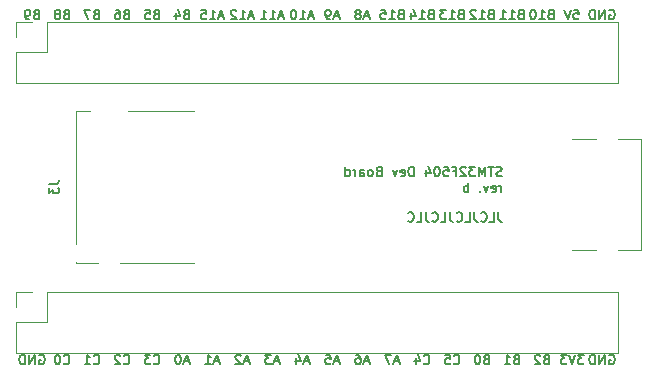
<source format=gbr>
%TF.GenerationSoftware,KiCad,Pcbnew,5.1.6+dfsg1-1*%
%TF.CreationDate,2020-08-05T09:46:32+08:00*%
%TF.ProjectId,stm32dev,73746d33-3264-4657-962e-6b696361645f,b*%
%TF.SameCoordinates,Original*%
%TF.FileFunction,Legend,Bot*%
%TF.FilePolarity,Positive*%
%FSLAX46Y46*%
G04 Gerber Fmt 4.6, Leading zero omitted, Abs format (unit mm)*
G04 Created by KiCad (PCBNEW 5.1.6+dfsg1-1) date 2020-08-05 09:46:32*
%MOMM*%
%LPD*%
G01*
G04 APERTURE LIST*
%ADD10C,0.150000*%
%ADD11C,0.120000*%
G04 APERTURE END LIST*
D10*
X173329523Y-111995000D02*
X173405714Y-111956904D01*
X173520000Y-111956904D01*
X173634285Y-111995000D01*
X173710476Y-112071190D01*
X173748571Y-112147380D01*
X173786666Y-112299761D01*
X173786666Y-112414047D01*
X173748571Y-112566428D01*
X173710476Y-112642619D01*
X173634285Y-112718809D01*
X173520000Y-112756904D01*
X173443809Y-112756904D01*
X173329523Y-112718809D01*
X173291428Y-112680714D01*
X173291428Y-112414047D01*
X173443809Y-112414047D01*
X172948571Y-112756904D02*
X172948571Y-111956904D01*
X172491428Y-112756904D01*
X172491428Y-111956904D01*
X172110476Y-112756904D02*
X172110476Y-111956904D01*
X171920000Y-111956904D01*
X171805714Y-111995000D01*
X171729523Y-112071190D01*
X171691428Y-112147380D01*
X171653333Y-112299761D01*
X171653333Y-112414047D01*
X171691428Y-112566428D01*
X171729523Y-112642619D01*
X171805714Y-112718809D01*
X171920000Y-112756904D01*
X172110476Y-112756904D01*
X171170476Y-111956904D02*
X170675238Y-111956904D01*
X170941904Y-112261666D01*
X170827619Y-112261666D01*
X170751428Y-112299761D01*
X170713333Y-112337857D01*
X170675238Y-112414047D01*
X170675238Y-112604523D01*
X170713333Y-112680714D01*
X170751428Y-112718809D01*
X170827619Y-112756904D01*
X171056190Y-112756904D01*
X171132380Y-112718809D01*
X171170476Y-112680714D01*
X170446666Y-111956904D02*
X170180000Y-112756904D01*
X169913333Y-111956904D01*
X169722857Y-111956904D02*
X169227619Y-111956904D01*
X169494285Y-112261666D01*
X169380000Y-112261666D01*
X169303809Y-112299761D01*
X169265714Y-112337857D01*
X169227619Y-112414047D01*
X169227619Y-112604523D01*
X169265714Y-112680714D01*
X169303809Y-112718809D01*
X169380000Y-112756904D01*
X169608571Y-112756904D01*
X169684761Y-112718809D01*
X169722857Y-112680714D01*
X167963809Y-112337857D02*
X167849523Y-112375952D01*
X167811428Y-112414047D01*
X167773333Y-112490238D01*
X167773333Y-112604523D01*
X167811428Y-112680714D01*
X167849523Y-112718809D01*
X167925714Y-112756904D01*
X168230476Y-112756904D01*
X168230476Y-111956904D01*
X167963809Y-111956904D01*
X167887619Y-111995000D01*
X167849523Y-112033095D01*
X167811428Y-112109285D01*
X167811428Y-112185476D01*
X167849523Y-112261666D01*
X167887619Y-112299761D01*
X167963809Y-112337857D01*
X168230476Y-112337857D01*
X167468571Y-112033095D02*
X167430476Y-111995000D01*
X167354285Y-111956904D01*
X167163809Y-111956904D01*
X167087619Y-111995000D01*
X167049523Y-112033095D01*
X167011428Y-112109285D01*
X167011428Y-112185476D01*
X167049523Y-112299761D01*
X167506666Y-112756904D01*
X167011428Y-112756904D01*
X165423809Y-112337857D02*
X165309523Y-112375952D01*
X165271428Y-112414047D01*
X165233333Y-112490238D01*
X165233333Y-112604523D01*
X165271428Y-112680714D01*
X165309523Y-112718809D01*
X165385714Y-112756904D01*
X165690476Y-112756904D01*
X165690476Y-111956904D01*
X165423809Y-111956904D01*
X165347619Y-111995000D01*
X165309523Y-112033095D01*
X165271428Y-112109285D01*
X165271428Y-112185476D01*
X165309523Y-112261666D01*
X165347619Y-112299761D01*
X165423809Y-112337857D01*
X165690476Y-112337857D01*
X164471428Y-112756904D02*
X164928571Y-112756904D01*
X164700000Y-112756904D02*
X164700000Y-111956904D01*
X164776190Y-112071190D01*
X164852380Y-112147380D01*
X164928571Y-112185476D01*
X162883809Y-112337857D02*
X162769523Y-112375952D01*
X162731428Y-112414047D01*
X162693333Y-112490238D01*
X162693333Y-112604523D01*
X162731428Y-112680714D01*
X162769523Y-112718809D01*
X162845714Y-112756904D01*
X163150476Y-112756904D01*
X163150476Y-111956904D01*
X162883809Y-111956904D01*
X162807619Y-111995000D01*
X162769523Y-112033095D01*
X162731428Y-112109285D01*
X162731428Y-112185476D01*
X162769523Y-112261666D01*
X162807619Y-112299761D01*
X162883809Y-112337857D01*
X163150476Y-112337857D01*
X162198095Y-111956904D02*
X162121904Y-111956904D01*
X162045714Y-111995000D01*
X162007619Y-112033095D01*
X161969523Y-112109285D01*
X161931428Y-112261666D01*
X161931428Y-112452142D01*
X161969523Y-112604523D01*
X162007619Y-112680714D01*
X162045714Y-112718809D01*
X162121904Y-112756904D01*
X162198095Y-112756904D01*
X162274285Y-112718809D01*
X162312380Y-112680714D01*
X162350476Y-112604523D01*
X162388571Y-112452142D01*
X162388571Y-112261666D01*
X162350476Y-112109285D01*
X162312380Y-112033095D01*
X162274285Y-111995000D01*
X162198095Y-111956904D01*
X160153333Y-112680714D02*
X160191428Y-112718809D01*
X160305714Y-112756904D01*
X160381904Y-112756904D01*
X160496190Y-112718809D01*
X160572380Y-112642619D01*
X160610476Y-112566428D01*
X160648571Y-112414047D01*
X160648571Y-112299761D01*
X160610476Y-112147380D01*
X160572380Y-112071190D01*
X160496190Y-111995000D01*
X160381904Y-111956904D01*
X160305714Y-111956904D01*
X160191428Y-111995000D01*
X160153333Y-112033095D01*
X159429523Y-111956904D02*
X159810476Y-111956904D01*
X159848571Y-112337857D01*
X159810476Y-112299761D01*
X159734285Y-112261666D01*
X159543809Y-112261666D01*
X159467619Y-112299761D01*
X159429523Y-112337857D01*
X159391428Y-112414047D01*
X159391428Y-112604523D01*
X159429523Y-112680714D01*
X159467619Y-112718809D01*
X159543809Y-112756904D01*
X159734285Y-112756904D01*
X159810476Y-112718809D01*
X159848571Y-112680714D01*
X157613333Y-112680714D02*
X157651428Y-112718809D01*
X157765714Y-112756904D01*
X157841904Y-112756904D01*
X157956190Y-112718809D01*
X158032380Y-112642619D01*
X158070476Y-112566428D01*
X158108571Y-112414047D01*
X158108571Y-112299761D01*
X158070476Y-112147380D01*
X158032380Y-112071190D01*
X157956190Y-111995000D01*
X157841904Y-111956904D01*
X157765714Y-111956904D01*
X157651428Y-111995000D01*
X157613333Y-112033095D01*
X156927619Y-112223571D02*
X156927619Y-112756904D01*
X157118095Y-111918809D02*
X157308571Y-112490238D01*
X156813333Y-112490238D01*
X155511428Y-112528333D02*
X155130476Y-112528333D01*
X155587619Y-112756904D02*
X155320952Y-111956904D01*
X155054285Y-112756904D01*
X154863809Y-111956904D02*
X154330476Y-111956904D01*
X154673333Y-112756904D01*
X152971428Y-112528333D02*
X152590476Y-112528333D01*
X153047619Y-112756904D02*
X152780952Y-111956904D01*
X152514285Y-112756904D01*
X151904761Y-111956904D02*
X152057142Y-111956904D01*
X152133333Y-111995000D01*
X152171428Y-112033095D01*
X152247619Y-112147380D01*
X152285714Y-112299761D01*
X152285714Y-112604523D01*
X152247619Y-112680714D01*
X152209523Y-112718809D01*
X152133333Y-112756904D01*
X151980952Y-112756904D01*
X151904761Y-112718809D01*
X151866666Y-112680714D01*
X151828571Y-112604523D01*
X151828571Y-112414047D01*
X151866666Y-112337857D01*
X151904761Y-112299761D01*
X151980952Y-112261666D01*
X152133333Y-112261666D01*
X152209523Y-112299761D01*
X152247619Y-112337857D01*
X152285714Y-112414047D01*
X150431428Y-112528333D02*
X150050476Y-112528333D01*
X150507619Y-112756904D02*
X150240952Y-111956904D01*
X149974285Y-112756904D01*
X149326666Y-111956904D02*
X149707619Y-111956904D01*
X149745714Y-112337857D01*
X149707619Y-112299761D01*
X149631428Y-112261666D01*
X149440952Y-112261666D01*
X149364761Y-112299761D01*
X149326666Y-112337857D01*
X149288571Y-112414047D01*
X149288571Y-112604523D01*
X149326666Y-112680714D01*
X149364761Y-112718809D01*
X149440952Y-112756904D01*
X149631428Y-112756904D01*
X149707619Y-112718809D01*
X149745714Y-112680714D01*
X147891428Y-112528333D02*
X147510476Y-112528333D01*
X147967619Y-112756904D02*
X147700952Y-111956904D01*
X147434285Y-112756904D01*
X146824761Y-112223571D02*
X146824761Y-112756904D01*
X147015238Y-111918809D02*
X147205714Y-112490238D01*
X146710476Y-112490238D01*
X145351428Y-112528333D02*
X144970476Y-112528333D01*
X145427619Y-112756904D02*
X145160952Y-111956904D01*
X144894285Y-112756904D01*
X144703809Y-111956904D02*
X144208571Y-111956904D01*
X144475238Y-112261666D01*
X144360952Y-112261666D01*
X144284761Y-112299761D01*
X144246666Y-112337857D01*
X144208571Y-112414047D01*
X144208571Y-112604523D01*
X144246666Y-112680714D01*
X144284761Y-112718809D01*
X144360952Y-112756904D01*
X144589523Y-112756904D01*
X144665714Y-112718809D01*
X144703809Y-112680714D01*
X142811428Y-112528333D02*
X142430476Y-112528333D01*
X142887619Y-112756904D02*
X142620952Y-111956904D01*
X142354285Y-112756904D01*
X142125714Y-112033095D02*
X142087619Y-111995000D01*
X142011428Y-111956904D01*
X141820952Y-111956904D01*
X141744761Y-111995000D01*
X141706666Y-112033095D01*
X141668571Y-112109285D01*
X141668571Y-112185476D01*
X141706666Y-112299761D01*
X142163809Y-112756904D01*
X141668571Y-112756904D01*
X140271428Y-112528333D02*
X139890476Y-112528333D01*
X140347619Y-112756904D02*
X140080952Y-111956904D01*
X139814285Y-112756904D01*
X139128571Y-112756904D02*
X139585714Y-112756904D01*
X139357142Y-112756904D02*
X139357142Y-111956904D01*
X139433333Y-112071190D01*
X139509523Y-112147380D01*
X139585714Y-112185476D01*
X137731428Y-112528333D02*
X137350476Y-112528333D01*
X137807619Y-112756904D02*
X137540952Y-111956904D01*
X137274285Y-112756904D01*
X136855238Y-111956904D02*
X136779047Y-111956904D01*
X136702857Y-111995000D01*
X136664761Y-112033095D01*
X136626666Y-112109285D01*
X136588571Y-112261666D01*
X136588571Y-112452142D01*
X136626666Y-112604523D01*
X136664761Y-112680714D01*
X136702857Y-112718809D01*
X136779047Y-112756904D01*
X136855238Y-112756904D01*
X136931428Y-112718809D01*
X136969523Y-112680714D01*
X137007619Y-112604523D01*
X137045714Y-112452142D01*
X137045714Y-112261666D01*
X137007619Y-112109285D01*
X136969523Y-112033095D01*
X136931428Y-111995000D01*
X136855238Y-111956904D01*
X134753333Y-112680714D02*
X134791428Y-112718809D01*
X134905714Y-112756904D01*
X134981904Y-112756904D01*
X135096190Y-112718809D01*
X135172380Y-112642619D01*
X135210476Y-112566428D01*
X135248571Y-112414047D01*
X135248571Y-112299761D01*
X135210476Y-112147380D01*
X135172380Y-112071190D01*
X135096190Y-111995000D01*
X134981904Y-111956904D01*
X134905714Y-111956904D01*
X134791428Y-111995000D01*
X134753333Y-112033095D01*
X134486666Y-111956904D02*
X133991428Y-111956904D01*
X134258095Y-112261666D01*
X134143809Y-112261666D01*
X134067619Y-112299761D01*
X134029523Y-112337857D01*
X133991428Y-112414047D01*
X133991428Y-112604523D01*
X134029523Y-112680714D01*
X134067619Y-112718809D01*
X134143809Y-112756904D01*
X134372380Y-112756904D01*
X134448571Y-112718809D01*
X134486666Y-112680714D01*
X132213333Y-112680714D02*
X132251428Y-112718809D01*
X132365714Y-112756904D01*
X132441904Y-112756904D01*
X132556190Y-112718809D01*
X132632380Y-112642619D01*
X132670476Y-112566428D01*
X132708571Y-112414047D01*
X132708571Y-112299761D01*
X132670476Y-112147380D01*
X132632380Y-112071190D01*
X132556190Y-111995000D01*
X132441904Y-111956904D01*
X132365714Y-111956904D01*
X132251428Y-111995000D01*
X132213333Y-112033095D01*
X131908571Y-112033095D02*
X131870476Y-111995000D01*
X131794285Y-111956904D01*
X131603809Y-111956904D01*
X131527619Y-111995000D01*
X131489523Y-112033095D01*
X131451428Y-112109285D01*
X131451428Y-112185476D01*
X131489523Y-112299761D01*
X131946666Y-112756904D01*
X131451428Y-112756904D01*
X129673333Y-112680714D02*
X129711428Y-112718809D01*
X129825714Y-112756904D01*
X129901904Y-112756904D01*
X130016190Y-112718809D01*
X130092380Y-112642619D01*
X130130476Y-112566428D01*
X130168571Y-112414047D01*
X130168571Y-112299761D01*
X130130476Y-112147380D01*
X130092380Y-112071190D01*
X130016190Y-111995000D01*
X129901904Y-111956904D01*
X129825714Y-111956904D01*
X129711428Y-111995000D01*
X129673333Y-112033095D01*
X128911428Y-112756904D02*
X129368571Y-112756904D01*
X129140000Y-112756904D02*
X129140000Y-111956904D01*
X129216190Y-112071190D01*
X129292380Y-112147380D01*
X129368571Y-112185476D01*
X127133333Y-112680714D02*
X127171428Y-112718809D01*
X127285714Y-112756904D01*
X127361904Y-112756904D01*
X127476190Y-112718809D01*
X127552380Y-112642619D01*
X127590476Y-112566428D01*
X127628571Y-112414047D01*
X127628571Y-112299761D01*
X127590476Y-112147380D01*
X127552380Y-112071190D01*
X127476190Y-111995000D01*
X127361904Y-111956904D01*
X127285714Y-111956904D01*
X127171428Y-111995000D01*
X127133333Y-112033095D01*
X126638095Y-111956904D02*
X126561904Y-111956904D01*
X126485714Y-111995000D01*
X126447619Y-112033095D01*
X126409523Y-112109285D01*
X126371428Y-112261666D01*
X126371428Y-112452142D01*
X126409523Y-112604523D01*
X126447619Y-112680714D01*
X126485714Y-112718809D01*
X126561904Y-112756904D01*
X126638095Y-112756904D01*
X126714285Y-112718809D01*
X126752380Y-112680714D01*
X126790476Y-112604523D01*
X126828571Y-112452142D01*
X126828571Y-112261666D01*
X126790476Y-112109285D01*
X126752380Y-112033095D01*
X126714285Y-111995000D01*
X126638095Y-111956904D01*
X125069523Y-111995000D02*
X125145714Y-111956904D01*
X125260000Y-111956904D01*
X125374285Y-111995000D01*
X125450476Y-112071190D01*
X125488571Y-112147380D01*
X125526666Y-112299761D01*
X125526666Y-112414047D01*
X125488571Y-112566428D01*
X125450476Y-112642619D01*
X125374285Y-112718809D01*
X125260000Y-112756904D01*
X125183809Y-112756904D01*
X125069523Y-112718809D01*
X125031428Y-112680714D01*
X125031428Y-112414047D01*
X125183809Y-112414047D01*
X124688571Y-112756904D02*
X124688571Y-111956904D01*
X124231428Y-112756904D01*
X124231428Y-111956904D01*
X123850476Y-112756904D02*
X123850476Y-111956904D01*
X123660000Y-111956904D01*
X123545714Y-111995000D01*
X123469523Y-112071190D01*
X123431428Y-112147380D01*
X123393333Y-112299761D01*
X123393333Y-112414047D01*
X123431428Y-112566428D01*
X123469523Y-112642619D01*
X123545714Y-112718809D01*
X123660000Y-112756904D01*
X123850476Y-112756904D01*
X173329523Y-82785000D02*
X173405714Y-82746904D01*
X173520000Y-82746904D01*
X173634285Y-82785000D01*
X173710476Y-82861190D01*
X173748571Y-82937380D01*
X173786666Y-83089761D01*
X173786666Y-83204047D01*
X173748571Y-83356428D01*
X173710476Y-83432619D01*
X173634285Y-83508809D01*
X173520000Y-83546904D01*
X173443809Y-83546904D01*
X173329523Y-83508809D01*
X173291428Y-83470714D01*
X173291428Y-83204047D01*
X173443809Y-83204047D01*
X172948571Y-83546904D02*
X172948571Y-82746904D01*
X172491428Y-83546904D01*
X172491428Y-82746904D01*
X172110476Y-83546904D02*
X172110476Y-82746904D01*
X171920000Y-82746904D01*
X171805714Y-82785000D01*
X171729523Y-82861190D01*
X171691428Y-82937380D01*
X171653333Y-83089761D01*
X171653333Y-83204047D01*
X171691428Y-83356428D01*
X171729523Y-83432619D01*
X171805714Y-83508809D01*
X171920000Y-83546904D01*
X172110476Y-83546904D01*
X170332380Y-82746904D02*
X170713333Y-82746904D01*
X170751428Y-83127857D01*
X170713333Y-83089761D01*
X170637142Y-83051666D01*
X170446666Y-83051666D01*
X170370476Y-83089761D01*
X170332380Y-83127857D01*
X170294285Y-83204047D01*
X170294285Y-83394523D01*
X170332380Y-83470714D01*
X170370476Y-83508809D01*
X170446666Y-83546904D01*
X170637142Y-83546904D01*
X170713333Y-83508809D01*
X170751428Y-83470714D01*
X170065714Y-82746904D02*
X169799047Y-83546904D01*
X169532380Y-82746904D01*
X168344761Y-83127857D02*
X168230476Y-83165952D01*
X168192380Y-83204047D01*
X168154285Y-83280238D01*
X168154285Y-83394523D01*
X168192380Y-83470714D01*
X168230476Y-83508809D01*
X168306666Y-83546904D01*
X168611428Y-83546904D01*
X168611428Y-82746904D01*
X168344761Y-82746904D01*
X168268571Y-82785000D01*
X168230476Y-82823095D01*
X168192380Y-82899285D01*
X168192380Y-82975476D01*
X168230476Y-83051666D01*
X168268571Y-83089761D01*
X168344761Y-83127857D01*
X168611428Y-83127857D01*
X167392380Y-83546904D02*
X167849523Y-83546904D01*
X167620952Y-83546904D02*
X167620952Y-82746904D01*
X167697142Y-82861190D01*
X167773333Y-82937380D01*
X167849523Y-82975476D01*
X166897142Y-82746904D02*
X166820952Y-82746904D01*
X166744761Y-82785000D01*
X166706666Y-82823095D01*
X166668571Y-82899285D01*
X166630476Y-83051666D01*
X166630476Y-83242142D01*
X166668571Y-83394523D01*
X166706666Y-83470714D01*
X166744761Y-83508809D01*
X166820952Y-83546904D01*
X166897142Y-83546904D01*
X166973333Y-83508809D01*
X167011428Y-83470714D01*
X167049523Y-83394523D01*
X167087619Y-83242142D01*
X167087619Y-83051666D01*
X167049523Y-82899285D01*
X167011428Y-82823095D01*
X166973333Y-82785000D01*
X166897142Y-82746904D01*
X165804761Y-83127857D02*
X165690476Y-83165952D01*
X165652380Y-83204047D01*
X165614285Y-83280238D01*
X165614285Y-83394523D01*
X165652380Y-83470714D01*
X165690476Y-83508809D01*
X165766666Y-83546904D01*
X166071428Y-83546904D01*
X166071428Y-82746904D01*
X165804761Y-82746904D01*
X165728571Y-82785000D01*
X165690476Y-82823095D01*
X165652380Y-82899285D01*
X165652380Y-82975476D01*
X165690476Y-83051666D01*
X165728571Y-83089761D01*
X165804761Y-83127857D01*
X166071428Y-83127857D01*
X164852380Y-83546904D02*
X165309523Y-83546904D01*
X165080952Y-83546904D02*
X165080952Y-82746904D01*
X165157142Y-82861190D01*
X165233333Y-82937380D01*
X165309523Y-82975476D01*
X164090476Y-83546904D02*
X164547619Y-83546904D01*
X164319047Y-83546904D02*
X164319047Y-82746904D01*
X164395238Y-82861190D01*
X164471428Y-82937380D01*
X164547619Y-82975476D01*
X163264761Y-83127857D02*
X163150476Y-83165952D01*
X163112380Y-83204047D01*
X163074285Y-83280238D01*
X163074285Y-83394523D01*
X163112380Y-83470714D01*
X163150476Y-83508809D01*
X163226666Y-83546904D01*
X163531428Y-83546904D01*
X163531428Y-82746904D01*
X163264761Y-82746904D01*
X163188571Y-82785000D01*
X163150476Y-82823095D01*
X163112380Y-82899285D01*
X163112380Y-82975476D01*
X163150476Y-83051666D01*
X163188571Y-83089761D01*
X163264761Y-83127857D01*
X163531428Y-83127857D01*
X162312380Y-83546904D02*
X162769523Y-83546904D01*
X162540952Y-83546904D02*
X162540952Y-82746904D01*
X162617142Y-82861190D01*
X162693333Y-82937380D01*
X162769523Y-82975476D01*
X162007619Y-82823095D02*
X161969523Y-82785000D01*
X161893333Y-82746904D01*
X161702857Y-82746904D01*
X161626666Y-82785000D01*
X161588571Y-82823095D01*
X161550476Y-82899285D01*
X161550476Y-82975476D01*
X161588571Y-83089761D01*
X162045714Y-83546904D01*
X161550476Y-83546904D01*
X160724761Y-83127857D02*
X160610476Y-83165952D01*
X160572380Y-83204047D01*
X160534285Y-83280238D01*
X160534285Y-83394523D01*
X160572380Y-83470714D01*
X160610476Y-83508809D01*
X160686666Y-83546904D01*
X160991428Y-83546904D01*
X160991428Y-82746904D01*
X160724761Y-82746904D01*
X160648571Y-82785000D01*
X160610476Y-82823095D01*
X160572380Y-82899285D01*
X160572380Y-82975476D01*
X160610476Y-83051666D01*
X160648571Y-83089761D01*
X160724761Y-83127857D01*
X160991428Y-83127857D01*
X159772380Y-83546904D02*
X160229523Y-83546904D01*
X160000952Y-83546904D02*
X160000952Y-82746904D01*
X160077142Y-82861190D01*
X160153333Y-82937380D01*
X160229523Y-82975476D01*
X159505714Y-82746904D02*
X159010476Y-82746904D01*
X159277142Y-83051666D01*
X159162857Y-83051666D01*
X159086666Y-83089761D01*
X159048571Y-83127857D01*
X159010476Y-83204047D01*
X159010476Y-83394523D01*
X159048571Y-83470714D01*
X159086666Y-83508809D01*
X159162857Y-83546904D01*
X159391428Y-83546904D01*
X159467619Y-83508809D01*
X159505714Y-83470714D01*
X158184761Y-83127857D02*
X158070476Y-83165952D01*
X158032380Y-83204047D01*
X157994285Y-83280238D01*
X157994285Y-83394523D01*
X158032380Y-83470714D01*
X158070476Y-83508809D01*
X158146666Y-83546904D01*
X158451428Y-83546904D01*
X158451428Y-82746904D01*
X158184761Y-82746904D01*
X158108571Y-82785000D01*
X158070476Y-82823095D01*
X158032380Y-82899285D01*
X158032380Y-82975476D01*
X158070476Y-83051666D01*
X158108571Y-83089761D01*
X158184761Y-83127857D01*
X158451428Y-83127857D01*
X157232380Y-83546904D02*
X157689523Y-83546904D01*
X157460952Y-83546904D02*
X157460952Y-82746904D01*
X157537142Y-82861190D01*
X157613333Y-82937380D01*
X157689523Y-82975476D01*
X156546666Y-83013571D02*
X156546666Y-83546904D01*
X156737142Y-82708809D02*
X156927619Y-83280238D01*
X156432380Y-83280238D01*
X155644761Y-83127857D02*
X155530476Y-83165952D01*
X155492380Y-83204047D01*
X155454285Y-83280238D01*
X155454285Y-83394523D01*
X155492380Y-83470714D01*
X155530476Y-83508809D01*
X155606666Y-83546904D01*
X155911428Y-83546904D01*
X155911428Y-82746904D01*
X155644761Y-82746904D01*
X155568571Y-82785000D01*
X155530476Y-82823095D01*
X155492380Y-82899285D01*
X155492380Y-82975476D01*
X155530476Y-83051666D01*
X155568571Y-83089761D01*
X155644761Y-83127857D01*
X155911428Y-83127857D01*
X154692380Y-83546904D02*
X155149523Y-83546904D01*
X154920952Y-83546904D02*
X154920952Y-82746904D01*
X154997142Y-82861190D01*
X155073333Y-82937380D01*
X155149523Y-82975476D01*
X153968571Y-82746904D02*
X154349523Y-82746904D01*
X154387619Y-83127857D01*
X154349523Y-83089761D01*
X154273333Y-83051666D01*
X154082857Y-83051666D01*
X154006666Y-83089761D01*
X153968571Y-83127857D01*
X153930476Y-83204047D01*
X153930476Y-83394523D01*
X153968571Y-83470714D01*
X154006666Y-83508809D01*
X154082857Y-83546904D01*
X154273333Y-83546904D01*
X154349523Y-83508809D01*
X154387619Y-83470714D01*
X152971428Y-83318333D02*
X152590476Y-83318333D01*
X153047619Y-83546904D02*
X152780952Y-82746904D01*
X152514285Y-83546904D01*
X152133333Y-83089761D02*
X152209523Y-83051666D01*
X152247619Y-83013571D01*
X152285714Y-82937380D01*
X152285714Y-82899285D01*
X152247619Y-82823095D01*
X152209523Y-82785000D01*
X152133333Y-82746904D01*
X151980952Y-82746904D01*
X151904761Y-82785000D01*
X151866666Y-82823095D01*
X151828571Y-82899285D01*
X151828571Y-82937380D01*
X151866666Y-83013571D01*
X151904761Y-83051666D01*
X151980952Y-83089761D01*
X152133333Y-83089761D01*
X152209523Y-83127857D01*
X152247619Y-83165952D01*
X152285714Y-83242142D01*
X152285714Y-83394523D01*
X152247619Y-83470714D01*
X152209523Y-83508809D01*
X152133333Y-83546904D01*
X151980952Y-83546904D01*
X151904761Y-83508809D01*
X151866666Y-83470714D01*
X151828571Y-83394523D01*
X151828571Y-83242142D01*
X151866666Y-83165952D01*
X151904761Y-83127857D01*
X151980952Y-83089761D01*
X150431428Y-83318333D02*
X150050476Y-83318333D01*
X150507619Y-83546904D02*
X150240952Y-82746904D01*
X149974285Y-83546904D01*
X149669523Y-83546904D02*
X149517142Y-83546904D01*
X149440952Y-83508809D01*
X149402857Y-83470714D01*
X149326666Y-83356428D01*
X149288571Y-83204047D01*
X149288571Y-82899285D01*
X149326666Y-82823095D01*
X149364761Y-82785000D01*
X149440952Y-82746904D01*
X149593333Y-82746904D01*
X149669523Y-82785000D01*
X149707619Y-82823095D01*
X149745714Y-82899285D01*
X149745714Y-83089761D01*
X149707619Y-83165952D01*
X149669523Y-83204047D01*
X149593333Y-83242142D01*
X149440952Y-83242142D01*
X149364761Y-83204047D01*
X149326666Y-83165952D01*
X149288571Y-83089761D01*
X148272380Y-83318333D02*
X147891428Y-83318333D01*
X148348571Y-83546904D02*
X148081904Y-82746904D01*
X147815238Y-83546904D01*
X147129523Y-83546904D02*
X147586666Y-83546904D01*
X147358095Y-83546904D02*
X147358095Y-82746904D01*
X147434285Y-82861190D01*
X147510476Y-82937380D01*
X147586666Y-82975476D01*
X146634285Y-82746904D02*
X146558095Y-82746904D01*
X146481904Y-82785000D01*
X146443809Y-82823095D01*
X146405714Y-82899285D01*
X146367619Y-83051666D01*
X146367619Y-83242142D01*
X146405714Y-83394523D01*
X146443809Y-83470714D01*
X146481904Y-83508809D01*
X146558095Y-83546904D01*
X146634285Y-83546904D01*
X146710476Y-83508809D01*
X146748571Y-83470714D01*
X146786666Y-83394523D01*
X146824761Y-83242142D01*
X146824761Y-83051666D01*
X146786666Y-82899285D01*
X146748571Y-82823095D01*
X146710476Y-82785000D01*
X146634285Y-82746904D01*
X145732380Y-83318333D02*
X145351428Y-83318333D01*
X145808571Y-83546904D02*
X145541904Y-82746904D01*
X145275238Y-83546904D01*
X144589523Y-83546904D02*
X145046666Y-83546904D01*
X144818095Y-83546904D02*
X144818095Y-82746904D01*
X144894285Y-82861190D01*
X144970476Y-82937380D01*
X145046666Y-82975476D01*
X143827619Y-83546904D02*
X144284761Y-83546904D01*
X144056190Y-83546904D02*
X144056190Y-82746904D01*
X144132380Y-82861190D01*
X144208571Y-82937380D01*
X144284761Y-82975476D01*
X143192380Y-83318333D02*
X142811428Y-83318333D01*
X143268571Y-83546904D02*
X143001904Y-82746904D01*
X142735238Y-83546904D01*
X142049523Y-83546904D02*
X142506666Y-83546904D01*
X142278095Y-83546904D02*
X142278095Y-82746904D01*
X142354285Y-82861190D01*
X142430476Y-82937380D01*
X142506666Y-82975476D01*
X141744761Y-82823095D02*
X141706666Y-82785000D01*
X141630476Y-82746904D01*
X141440000Y-82746904D01*
X141363809Y-82785000D01*
X141325714Y-82823095D01*
X141287619Y-82899285D01*
X141287619Y-82975476D01*
X141325714Y-83089761D01*
X141782857Y-83546904D01*
X141287619Y-83546904D01*
X140652380Y-83318333D02*
X140271428Y-83318333D01*
X140728571Y-83546904D02*
X140461904Y-82746904D01*
X140195238Y-83546904D01*
X139509523Y-83546904D02*
X139966666Y-83546904D01*
X139738095Y-83546904D02*
X139738095Y-82746904D01*
X139814285Y-82861190D01*
X139890476Y-82937380D01*
X139966666Y-82975476D01*
X138785714Y-82746904D02*
X139166666Y-82746904D01*
X139204761Y-83127857D01*
X139166666Y-83089761D01*
X139090476Y-83051666D01*
X138900000Y-83051666D01*
X138823809Y-83089761D01*
X138785714Y-83127857D01*
X138747619Y-83204047D01*
X138747619Y-83394523D01*
X138785714Y-83470714D01*
X138823809Y-83508809D01*
X138900000Y-83546904D01*
X139090476Y-83546904D01*
X139166666Y-83508809D01*
X139204761Y-83470714D01*
X137483809Y-83127857D02*
X137369523Y-83165952D01*
X137331428Y-83204047D01*
X137293333Y-83280238D01*
X137293333Y-83394523D01*
X137331428Y-83470714D01*
X137369523Y-83508809D01*
X137445714Y-83546904D01*
X137750476Y-83546904D01*
X137750476Y-82746904D01*
X137483809Y-82746904D01*
X137407619Y-82785000D01*
X137369523Y-82823095D01*
X137331428Y-82899285D01*
X137331428Y-82975476D01*
X137369523Y-83051666D01*
X137407619Y-83089761D01*
X137483809Y-83127857D01*
X137750476Y-83127857D01*
X136607619Y-83013571D02*
X136607619Y-83546904D01*
X136798095Y-82708809D02*
X136988571Y-83280238D01*
X136493333Y-83280238D01*
X134943809Y-83127857D02*
X134829523Y-83165952D01*
X134791428Y-83204047D01*
X134753333Y-83280238D01*
X134753333Y-83394523D01*
X134791428Y-83470714D01*
X134829523Y-83508809D01*
X134905714Y-83546904D01*
X135210476Y-83546904D01*
X135210476Y-82746904D01*
X134943809Y-82746904D01*
X134867619Y-82785000D01*
X134829523Y-82823095D01*
X134791428Y-82899285D01*
X134791428Y-82975476D01*
X134829523Y-83051666D01*
X134867619Y-83089761D01*
X134943809Y-83127857D01*
X135210476Y-83127857D01*
X134029523Y-82746904D02*
X134410476Y-82746904D01*
X134448571Y-83127857D01*
X134410476Y-83089761D01*
X134334285Y-83051666D01*
X134143809Y-83051666D01*
X134067619Y-83089761D01*
X134029523Y-83127857D01*
X133991428Y-83204047D01*
X133991428Y-83394523D01*
X134029523Y-83470714D01*
X134067619Y-83508809D01*
X134143809Y-83546904D01*
X134334285Y-83546904D01*
X134410476Y-83508809D01*
X134448571Y-83470714D01*
X132403809Y-83127857D02*
X132289523Y-83165952D01*
X132251428Y-83204047D01*
X132213333Y-83280238D01*
X132213333Y-83394523D01*
X132251428Y-83470714D01*
X132289523Y-83508809D01*
X132365714Y-83546904D01*
X132670476Y-83546904D01*
X132670476Y-82746904D01*
X132403809Y-82746904D01*
X132327619Y-82785000D01*
X132289523Y-82823095D01*
X132251428Y-82899285D01*
X132251428Y-82975476D01*
X132289523Y-83051666D01*
X132327619Y-83089761D01*
X132403809Y-83127857D01*
X132670476Y-83127857D01*
X131527619Y-82746904D02*
X131680000Y-82746904D01*
X131756190Y-82785000D01*
X131794285Y-82823095D01*
X131870476Y-82937380D01*
X131908571Y-83089761D01*
X131908571Y-83394523D01*
X131870476Y-83470714D01*
X131832380Y-83508809D01*
X131756190Y-83546904D01*
X131603809Y-83546904D01*
X131527619Y-83508809D01*
X131489523Y-83470714D01*
X131451428Y-83394523D01*
X131451428Y-83204047D01*
X131489523Y-83127857D01*
X131527619Y-83089761D01*
X131603809Y-83051666D01*
X131756190Y-83051666D01*
X131832380Y-83089761D01*
X131870476Y-83127857D01*
X131908571Y-83204047D01*
X129863809Y-83127857D02*
X129749523Y-83165952D01*
X129711428Y-83204047D01*
X129673333Y-83280238D01*
X129673333Y-83394523D01*
X129711428Y-83470714D01*
X129749523Y-83508809D01*
X129825714Y-83546904D01*
X130130476Y-83546904D01*
X130130476Y-82746904D01*
X129863809Y-82746904D01*
X129787619Y-82785000D01*
X129749523Y-82823095D01*
X129711428Y-82899285D01*
X129711428Y-82975476D01*
X129749523Y-83051666D01*
X129787619Y-83089761D01*
X129863809Y-83127857D01*
X130130476Y-83127857D01*
X129406666Y-82746904D02*
X128873333Y-82746904D01*
X129216190Y-83546904D01*
X127323809Y-83127857D02*
X127209523Y-83165952D01*
X127171428Y-83204047D01*
X127133333Y-83280238D01*
X127133333Y-83394523D01*
X127171428Y-83470714D01*
X127209523Y-83508809D01*
X127285714Y-83546904D01*
X127590476Y-83546904D01*
X127590476Y-82746904D01*
X127323809Y-82746904D01*
X127247619Y-82785000D01*
X127209523Y-82823095D01*
X127171428Y-82899285D01*
X127171428Y-82975476D01*
X127209523Y-83051666D01*
X127247619Y-83089761D01*
X127323809Y-83127857D01*
X127590476Y-83127857D01*
X126676190Y-83089761D02*
X126752380Y-83051666D01*
X126790476Y-83013571D01*
X126828571Y-82937380D01*
X126828571Y-82899285D01*
X126790476Y-82823095D01*
X126752380Y-82785000D01*
X126676190Y-82746904D01*
X126523809Y-82746904D01*
X126447619Y-82785000D01*
X126409523Y-82823095D01*
X126371428Y-82899285D01*
X126371428Y-82937380D01*
X126409523Y-83013571D01*
X126447619Y-83051666D01*
X126523809Y-83089761D01*
X126676190Y-83089761D01*
X126752380Y-83127857D01*
X126790476Y-83165952D01*
X126828571Y-83242142D01*
X126828571Y-83394523D01*
X126790476Y-83470714D01*
X126752380Y-83508809D01*
X126676190Y-83546904D01*
X126523809Y-83546904D01*
X126447619Y-83508809D01*
X126409523Y-83470714D01*
X126371428Y-83394523D01*
X126371428Y-83242142D01*
X126409523Y-83165952D01*
X126447619Y-83127857D01*
X126523809Y-83089761D01*
X124783809Y-83127857D02*
X124669523Y-83165952D01*
X124631428Y-83204047D01*
X124593333Y-83280238D01*
X124593333Y-83394523D01*
X124631428Y-83470714D01*
X124669523Y-83508809D01*
X124745714Y-83546904D01*
X125050476Y-83546904D01*
X125050476Y-82746904D01*
X124783809Y-82746904D01*
X124707619Y-82785000D01*
X124669523Y-82823095D01*
X124631428Y-82899285D01*
X124631428Y-82975476D01*
X124669523Y-83051666D01*
X124707619Y-83089761D01*
X124783809Y-83127857D01*
X125050476Y-83127857D01*
X124212380Y-83546904D02*
X124060000Y-83546904D01*
X123983809Y-83508809D01*
X123945714Y-83470714D01*
X123869523Y-83356428D01*
X123831428Y-83204047D01*
X123831428Y-82899285D01*
X123869523Y-82823095D01*
X123907619Y-82785000D01*
X123983809Y-82746904D01*
X124136190Y-82746904D01*
X124212380Y-82785000D01*
X124250476Y-82823095D01*
X124288571Y-82899285D01*
X124288571Y-83089761D01*
X124250476Y-83165952D01*
X124212380Y-83204047D01*
X124136190Y-83242142D01*
X123983809Y-83242142D01*
X123907619Y-83204047D01*
X123869523Y-83165952D01*
X123831428Y-83089761D01*
X163948452Y-99891904D02*
X163948452Y-100463333D01*
X163986547Y-100577619D01*
X164062738Y-100653809D01*
X164177023Y-100691904D01*
X164253214Y-100691904D01*
X163186547Y-100691904D02*
X163567500Y-100691904D01*
X163567500Y-99891904D01*
X162462738Y-100615714D02*
X162500833Y-100653809D01*
X162615119Y-100691904D01*
X162691309Y-100691904D01*
X162805595Y-100653809D01*
X162881785Y-100577619D01*
X162919880Y-100501428D01*
X162957976Y-100349047D01*
X162957976Y-100234761D01*
X162919880Y-100082380D01*
X162881785Y-100006190D01*
X162805595Y-99930000D01*
X162691309Y-99891904D01*
X162615119Y-99891904D01*
X162500833Y-99930000D01*
X162462738Y-99968095D01*
X161891309Y-99891904D02*
X161891309Y-100463333D01*
X161929404Y-100577619D01*
X162005595Y-100653809D01*
X162119880Y-100691904D01*
X162196071Y-100691904D01*
X161129404Y-100691904D02*
X161510357Y-100691904D01*
X161510357Y-99891904D01*
X160405595Y-100615714D02*
X160443690Y-100653809D01*
X160557976Y-100691904D01*
X160634166Y-100691904D01*
X160748452Y-100653809D01*
X160824642Y-100577619D01*
X160862738Y-100501428D01*
X160900833Y-100349047D01*
X160900833Y-100234761D01*
X160862738Y-100082380D01*
X160824642Y-100006190D01*
X160748452Y-99930000D01*
X160634166Y-99891904D01*
X160557976Y-99891904D01*
X160443690Y-99930000D01*
X160405595Y-99968095D01*
X159834166Y-99891904D02*
X159834166Y-100463333D01*
X159872261Y-100577619D01*
X159948452Y-100653809D01*
X160062738Y-100691904D01*
X160138928Y-100691904D01*
X159072261Y-100691904D02*
X159453214Y-100691904D01*
X159453214Y-99891904D01*
X158348452Y-100615714D02*
X158386547Y-100653809D01*
X158500833Y-100691904D01*
X158577023Y-100691904D01*
X158691309Y-100653809D01*
X158767500Y-100577619D01*
X158805595Y-100501428D01*
X158843690Y-100349047D01*
X158843690Y-100234761D01*
X158805595Y-100082380D01*
X158767500Y-100006190D01*
X158691309Y-99930000D01*
X158577023Y-99891904D01*
X158500833Y-99891904D01*
X158386547Y-99930000D01*
X158348452Y-99968095D01*
X157777023Y-99891904D02*
X157777023Y-100463333D01*
X157815119Y-100577619D01*
X157891309Y-100653809D01*
X158005595Y-100691904D01*
X158081785Y-100691904D01*
X157015119Y-100691904D02*
X157396071Y-100691904D01*
X157396071Y-99891904D01*
X156291309Y-100615714D02*
X156329404Y-100653809D01*
X156443690Y-100691904D01*
X156519880Y-100691904D01*
X156634166Y-100653809D01*
X156710357Y-100577619D01*
X156748452Y-100501428D01*
X156786547Y-100349047D01*
X156786547Y-100234761D01*
X156748452Y-100082380D01*
X156710357Y-100006190D01*
X156634166Y-99930000D01*
X156519880Y-99891904D01*
X156443690Y-99891904D01*
X156329404Y-99930000D01*
X156291309Y-99968095D01*
X164215119Y-96803809D02*
X164100833Y-96841904D01*
X163910357Y-96841904D01*
X163834166Y-96803809D01*
X163796071Y-96765714D01*
X163757976Y-96689523D01*
X163757976Y-96613333D01*
X163796071Y-96537142D01*
X163834166Y-96499047D01*
X163910357Y-96460952D01*
X164062738Y-96422857D01*
X164138928Y-96384761D01*
X164177023Y-96346666D01*
X164215119Y-96270476D01*
X164215119Y-96194285D01*
X164177023Y-96118095D01*
X164138928Y-96080000D01*
X164062738Y-96041904D01*
X163872261Y-96041904D01*
X163757976Y-96080000D01*
X163529404Y-96041904D02*
X163072261Y-96041904D01*
X163300833Y-96841904D02*
X163300833Y-96041904D01*
X162805595Y-96841904D02*
X162805595Y-96041904D01*
X162538928Y-96613333D01*
X162272261Y-96041904D01*
X162272261Y-96841904D01*
X161967500Y-96041904D02*
X161472261Y-96041904D01*
X161738928Y-96346666D01*
X161624642Y-96346666D01*
X161548452Y-96384761D01*
X161510357Y-96422857D01*
X161472261Y-96499047D01*
X161472261Y-96689523D01*
X161510357Y-96765714D01*
X161548452Y-96803809D01*
X161624642Y-96841904D01*
X161853214Y-96841904D01*
X161929404Y-96803809D01*
X161967500Y-96765714D01*
X161167500Y-96118095D02*
X161129404Y-96080000D01*
X161053214Y-96041904D01*
X160862738Y-96041904D01*
X160786547Y-96080000D01*
X160748452Y-96118095D01*
X160710357Y-96194285D01*
X160710357Y-96270476D01*
X160748452Y-96384761D01*
X161205595Y-96841904D01*
X160710357Y-96841904D01*
X160100833Y-96422857D02*
X160367500Y-96422857D01*
X160367500Y-96841904D02*
X160367500Y-96041904D01*
X159986547Y-96041904D01*
X159300833Y-96041904D02*
X159681785Y-96041904D01*
X159719880Y-96422857D01*
X159681785Y-96384761D01*
X159605595Y-96346666D01*
X159415119Y-96346666D01*
X159338928Y-96384761D01*
X159300833Y-96422857D01*
X159262738Y-96499047D01*
X159262738Y-96689523D01*
X159300833Y-96765714D01*
X159338928Y-96803809D01*
X159415119Y-96841904D01*
X159605595Y-96841904D01*
X159681785Y-96803809D01*
X159719880Y-96765714D01*
X158767500Y-96041904D02*
X158691309Y-96041904D01*
X158615119Y-96080000D01*
X158577023Y-96118095D01*
X158538928Y-96194285D01*
X158500833Y-96346666D01*
X158500833Y-96537142D01*
X158538928Y-96689523D01*
X158577023Y-96765714D01*
X158615119Y-96803809D01*
X158691309Y-96841904D01*
X158767500Y-96841904D01*
X158843690Y-96803809D01*
X158881785Y-96765714D01*
X158919880Y-96689523D01*
X158957976Y-96537142D01*
X158957976Y-96346666D01*
X158919880Y-96194285D01*
X158881785Y-96118095D01*
X158843690Y-96080000D01*
X158767500Y-96041904D01*
X157815119Y-96308571D02*
X157815119Y-96841904D01*
X158005595Y-96003809D02*
X158196071Y-96575238D01*
X157700833Y-96575238D01*
X156786547Y-96841904D02*
X156786547Y-96041904D01*
X156596071Y-96041904D01*
X156481785Y-96080000D01*
X156405595Y-96156190D01*
X156367500Y-96232380D01*
X156329404Y-96384761D01*
X156329404Y-96499047D01*
X156367500Y-96651428D01*
X156405595Y-96727619D01*
X156481785Y-96803809D01*
X156596071Y-96841904D01*
X156786547Y-96841904D01*
X155681785Y-96803809D02*
X155757976Y-96841904D01*
X155910357Y-96841904D01*
X155986547Y-96803809D01*
X156024642Y-96727619D01*
X156024642Y-96422857D01*
X155986547Y-96346666D01*
X155910357Y-96308571D01*
X155757976Y-96308571D01*
X155681785Y-96346666D01*
X155643690Y-96422857D01*
X155643690Y-96499047D01*
X156024642Y-96575238D01*
X155377023Y-96308571D02*
X155186547Y-96841904D01*
X154996071Y-96308571D01*
X153815119Y-96422857D02*
X153700833Y-96460952D01*
X153662738Y-96499047D01*
X153624642Y-96575238D01*
X153624642Y-96689523D01*
X153662738Y-96765714D01*
X153700833Y-96803809D01*
X153777023Y-96841904D01*
X154081785Y-96841904D01*
X154081785Y-96041904D01*
X153815119Y-96041904D01*
X153738928Y-96080000D01*
X153700833Y-96118095D01*
X153662738Y-96194285D01*
X153662738Y-96270476D01*
X153700833Y-96346666D01*
X153738928Y-96384761D01*
X153815119Y-96422857D01*
X154081785Y-96422857D01*
X153167500Y-96841904D02*
X153243690Y-96803809D01*
X153281785Y-96765714D01*
X153319880Y-96689523D01*
X153319880Y-96460952D01*
X153281785Y-96384761D01*
X153243690Y-96346666D01*
X153167500Y-96308571D01*
X153053214Y-96308571D01*
X152977023Y-96346666D01*
X152938928Y-96384761D01*
X152900833Y-96460952D01*
X152900833Y-96689523D01*
X152938928Y-96765714D01*
X152977023Y-96803809D01*
X153053214Y-96841904D01*
X153167500Y-96841904D01*
X152215119Y-96841904D02*
X152215119Y-96422857D01*
X152253214Y-96346666D01*
X152329404Y-96308571D01*
X152481785Y-96308571D01*
X152557976Y-96346666D01*
X152215119Y-96803809D02*
X152291309Y-96841904D01*
X152481785Y-96841904D01*
X152557976Y-96803809D01*
X152596071Y-96727619D01*
X152596071Y-96651428D01*
X152557976Y-96575238D01*
X152481785Y-96537142D01*
X152291309Y-96537142D01*
X152215119Y-96499047D01*
X151834166Y-96841904D02*
X151834166Y-96308571D01*
X151834166Y-96460952D02*
X151796071Y-96384761D01*
X151757976Y-96346666D01*
X151681785Y-96308571D01*
X151605595Y-96308571D01*
X150996071Y-96841904D02*
X150996071Y-96041904D01*
X150996071Y-96803809D02*
X151072261Y-96841904D01*
X151224642Y-96841904D01*
X151300833Y-96803809D01*
X151338928Y-96765714D01*
X151377023Y-96689523D01*
X151377023Y-96460952D01*
X151338928Y-96384761D01*
X151300833Y-96346666D01*
X151224642Y-96308571D01*
X151072261Y-96308571D01*
X150996071Y-96346666D01*
X164177023Y-98191904D02*
X164177023Y-97658571D01*
X164177023Y-97810952D02*
X164138928Y-97734761D01*
X164100833Y-97696666D01*
X164024642Y-97658571D01*
X163948452Y-97658571D01*
X163377023Y-98153809D02*
X163453214Y-98191904D01*
X163605595Y-98191904D01*
X163681785Y-98153809D01*
X163719880Y-98077619D01*
X163719880Y-97772857D01*
X163681785Y-97696666D01*
X163605595Y-97658571D01*
X163453214Y-97658571D01*
X163377023Y-97696666D01*
X163338928Y-97772857D01*
X163338928Y-97849047D01*
X163719880Y-97925238D01*
X163072261Y-97658571D02*
X162881785Y-98191904D01*
X162691309Y-97658571D01*
X162386547Y-98115714D02*
X162348452Y-98153809D01*
X162386547Y-98191904D01*
X162424642Y-98153809D01*
X162386547Y-98115714D01*
X162386547Y-98191904D01*
X161396071Y-98191904D02*
X161396071Y-97391904D01*
X161396071Y-97696666D02*
X161319880Y-97658571D01*
X161167500Y-97658571D01*
X161091309Y-97696666D01*
X161053214Y-97734761D01*
X161015119Y-97810952D01*
X161015119Y-98039523D01*
X161053214Y-98115714D01*
X161091309Y-98153809D01*
X161167500Y-98191904D01*
X161319880Y-98191904D01*
X161396071Y-98153809D01*
D11*
%TO.C,J3*%
X131910000Y-104225000D02*
X138210000Y-104225000D01*
X132610000Y-91355000D02*
X138210000Y-91355000D01*
X128200000Y-104225000D02*
X130010000Y-104225000D01*
X128200000Y-91355000D02*
X128200000Y-102615000D01*
X129360000Y-91355000D02*
X128200000Y-91355000D01*
X128200000Y-104115000D02*
X128200000Y-104225000D01*
%TO.C,J5*%
X174050000Y-83760000D02*
X174050000Y-88960000D01*
X125730000Y-83760000D02*
X174050000Y-83760000D01*
X123130000Y-88960000D02*
X174050000Y-88960000D01*
X125730000Y-83760000D02*
X125730000Y-86360000D01*
X125730000Y-86360000D02*
X123130000Y-86360000D01*
X123130000Y-86360000D02*
X123130000Y-88960000D01*
X124460000Y-83760000D02*
X123130000Y-83760000D01*
X123130000Y-83760000D02*
X123130000Y-85090000D01*
%TO.C,J4*%
X174050000Y-106620000D02*
X174050000Y-111820000D01*
X125730000Y-106620000D02*
X174050000Y-106620000D01*
X123130000Y-111820000D02*
X174050000Y-111820000D01*
X125730000Y-106620000D02*
X125730000Y-109220000D01*
X125730000Y-109220000D02*
X123130000Y-109220000D01*
X123130000Y-109220000D02*
X123130000Y-111820000D01*
X124460000Y-106620000D02*
X123130000Y-106620000D01*
X123130000Y-106620000D02*
X123130000Y-107950000D01*
%TO.C,J1*%
X175985000Y-93725000D02*
X175985000Y-103125000D01*
X170185000Y-103125000D02*
X172185000Y-103125000D01*
X174085000Y-103125000D02*
X175985000Y-103125000D01*
X170185000Y-93725000D02*
X172185000Y-93725000D01*
X174085000Y-93725000D02*
X175985000Y-93725000D01*
%TO.C,J3*%
D10*
X125921904Y-97498333D02*
X126493333Y-97498333D01*
X126607619Y-97460238D01*
X126683809Y-97384047D01*
X126721904Y-97269761D01*
X126721904Y-97193571D01*
X125921904Y-97803095D02*
X125921904Y-98298333D01*
X126226666Y-98031666D01*
X126226666Y-98145952D01*
X126264761Y-98222142D01*
X126302857Y-98260238D01*
X126379047Y-98298333D01*
X126569523Y-98298333D01*
X126645714Y-98260238D01*
X126683809Y-98222142D01*
X126721904Y-98145952D01*
X126721904Y-97917380D01*
X126683809Y-97841190D01*
X126645714Y-97803095D01*
%TD*%
M02*

</source>
